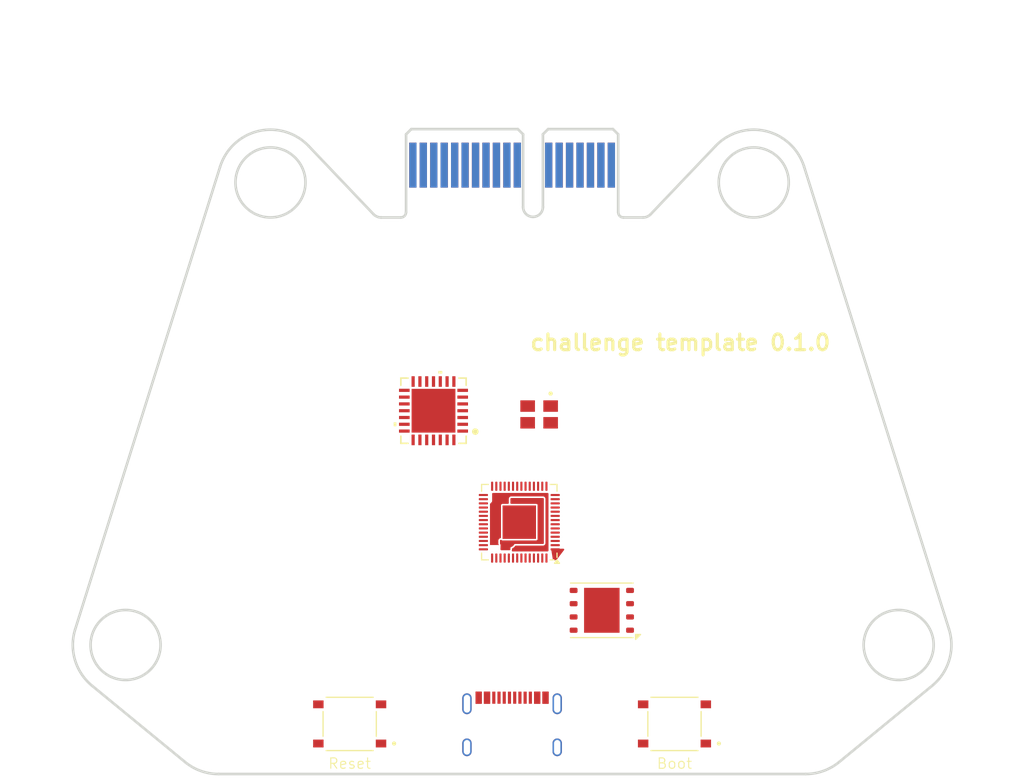
<source format=kicad_pcb>
(kicad_pcb (version 20240108) (generator "pcbnew") (generator_version "8.0")
  (layers (0 "F.Cu" signal) (31 "B.Cu" signal) (34 "B.Paste" user) (35 "F.Paste" user) (36 "B.SilkS" user "B.Silkscreen") (37 "F.SilkS" user "F.Silkscreen") (38 "B.Mask" user) (39 "F.Mask" user) (44 "Edge.Cuts" user))
  (net 0 "")
  (net 3 "+BAT")
  (net 12 "Net-(J6-D--PadA7)")
  (net 13 "Net-(J6-D+-PadA6)")
  (net 22 "GND")
  (net 29 "Net-(U2-DVDD-Pad23)")
  (net 33 "Net-(U2-IOVDD-Pad1)")
  (net 45 "unconnected-(U2-VREG_VOUT-Pad45)")
  (net 48 "/~{USB_BOOT_S}")
  (net 51 "+3.3V")
  (net 63 "+5V")
  (net 66 "/RUN")
  (net 81 "CANN")
  (net 82 "CANP")
  (footprint "Package_SON:WSON-8-1EP_6x5mm_P1.27mm_EP3.4x4.3mm" (layer "F.Cu") (at 155 106.75 180)
    (property "Reference" "U4" (hide yes))
    (property "Value" "W25Q128JVP" (hide yes))
    (fp_line (start -2.99 -2.61) (end 3 -2.61) (stroke (width 0.12)) (layer "F.SilkS"))
    (fp_line (start -3 2.61) (end 3 2.61) (stroke (width 0.12)) (layer "F.SilkS"))
    (fp_poly (pts (xy -3.23 -2.31) (xy -3.71 -2.31) (xy -3.23 -2.79) (xy -3.23 -2.31)) (stroke (width 0.12)) (fill solid) (layer "F.SilkS"))
    (pad "1" smd roundrect (at -2.7 -1.905 180) (size 0.75 0.5) (layers "F.Cu" "F.Paste" "F.Mask"))
    (pad "2" smd roundrect (at -2.7 -0.635 180) (size 0.75 0.5) (layers "F.Cu" "F.Paste" "F.Mask"))
    (pad "3" smd roundrect (at -2.7 0.635 180) (size 0.75 0.5) (layers "F.Cu" "F.Paste" "F.Mask"))
    (pad "4" smd roundrect (at -2.7 1.905 180) (size 0.75 0.5) (layers "F.Cu" "F.Paste" "F.Mask") (net 22 "GND"))
    (pad "5" smd roundrect (at 2.7 1.905 180) (size 0.75 0.5) (layers "F.Cu" "F.Paste" "F.Mask"))
    (pad "6" smd roundrect (at 2.7 0.635 180) (size 0.75 0.5) (layers "F.Cu" "F.Paste" "F.Mask"))
    (pad "7" smd roundrect (at 2.7 -0.635 180) (size 0.75 0.5) (layers "F.Cu" "F.Paste" "F.Mask"))
    (pad "8" smd roundrect (at 2.7 -1.905 180) (size 0.75 0.5) (layers "F.Cu" "F.Paste" "F.Mask"))
    (pad "9" smd rect (at 0 0 180) (size 3.4 4.3) (property pad_prop_heatsink) (layers "F.Cu" "F.Mask"))
  )
  (footprint "TS-1187A-B-A-B:SW_TS-1187A-B-A-B" (layer "F.Cu") (at 130.865 117.625 180)
    (property "Reference" "S2" (hide yes))
    (property "Value" "TS-1187A-B-A-B" (hide yes))
    (fp_line (start 2.55 1.18) (end 2.55 -1.18) (stroke (width 0.127)) (layer "F.SilkS"))
    (fp_line (start 2.25 2.55) (end -2.25 2.55) (stroke (width 0.127)) (layer "F.SilkS"))
    (fp_line (start 2.25 -2.55) (end -2.25 -2.55) (stroke (width 0.127)) (layer "F.SilkS"))
    (fp_line (start -2.55 -1.18) (end -2.55 1.18) (stroke (width 0.127)) (layer "F.SilkS"))
    (fp_circle (center -4.25 -1.875) (end -4.15 -1.875) (stroke (width 0.2)) (fill none) (layer "F.SilkS"))
    (pad "A" smd rect (at -3 -1.875 180) (size 1 0.75) (layers "F.Cu" "F.Paste" "F.Mask") (net 22 "GND"))
    (pad "B" smd rect (at 3 -1.875 180) (size 1 0.75) (layers "F.Cu" "F.Paste" "F.Mask") (net 22 "GND"))
    (pad "C" smd rect (at -3 1.875 180) (size 1 0.75) (layers "F.Cu" "F.Paste" "F.Mask") (net 66 "/RUN"))
    (pad "D" smd rect (at 3 1.875 180) (size 1 0.75) (layers "F.Cu" "F.Paste" "F.Mask") (net 66 "/RUN"))
  )
  (footprint "MCP25625T_E_ML:QFN28_6X6MC_MCH" (layer "F.Cu") (at 138.887999 87.644025 180)
    (property "Reference" "U9" (hide yes))
    (property "Value" "MCP25625T-E/ML" (hide yes))
    (fp_line (start 3.1242 3.1242) (end 3.1242 2.435141) (stroke (width 0.1524)) (layer "F.SilkS"))
    (fp_line (start 3.1242 -2.435139) (end 3.1242 -3.1242) (stroke (width 0.1524)) (layer "F.SilkS"))
    (fp_line (start 3.1242 -3.1242) (end 2.435141 -3.1242) (stroke (width 0.1524)) (layer "F.SilkS"))
    (fp_line (start 2.435139 3.1242) (end 3.1242 3.1242) (stroke (width 0.1524)) (layer "F.SilkS"))
    (fp_line (start -2.435139 -3.1242) (end -3.1242 -3.1242) (stroke (width 0.1524)) (layer "F.SilkS"))
    (fp_line (start -3.1242 3.1242) (end -2.435141 3.1242) (stroke (width 0.1524)) (layer "F.SilkS"))
    (fp_line (start -3.1242 2.435139) (end -3.1242 3.1242) (stroke (width 0.1524)) (layer "F.SilkS"))
    (fp_line (start -3.1242 -3.1242) (end -3.1242 -2.435141) (stroke (width 0.1524)) (layer "F.SilkS"))
    (fp_circle (center -4 -2) (end -3.738384 -2) (stroke (width 0.1)) (fill solid) (layer "F.SilkS"))
    (fp_poly (pts (xy 3.81 -1.4905) (xy 3.81 -1.1095) (xy 3.556 -1.1095) (xy 3.556 -1.4905)) (fill solid) (layer "F.SilkS"))
    (fp_poly (pts (xy -0.840499 3.556) (xy -0.840499 3.81) (xy -0.459499 3.81) (xy -0.459499 3.556)) (fill solid) (layer "F.SilkS"))
    (pad "1" smd rect (at -2.794 -1.950001 270) (size 0.3048 1.016) (layers "F.Cu" "F.Paste" "F.Mask"))
    (pad "2" smd rect (at -2.794 -1.3 270) (size 0.3048 1.016) (layers "F.Cu" "F.Paste" "F.Mask"))
    (pad "3" smd rect (at -2.794 -0.649999 270) (size 0.3048 1.016) (layers "F.Cu" "F.Paste" "F.Mask"))
    (pad "4" smd rect (at -2.794 0 270) (size 0.3048 1.016) (layers "F.Cu" "F.Paste" "F.Mask"))
    (pad "5" smd rect (at -2.794 0.649999 270) (size 0.3048 1.016) (layers "F.Cu" "F.Paste" "F.Mask"))
    (pad "6" smd rect (at -2.794 1.3 270) (size 0.3048 1.016) (layers "F.Cu" "F.Paste" "F.Mask"))
    (pad "7" smd rect (at -2.794 1.949999 270) (size 0.3048 1.016) (layers "F.Cu" "F.Paste" "F.Mask"))
    (pad "8" smd rect (at -1.950001 2.794 180) (size 0.3048 1.016) (layers "F.Cu" "F.Paste" "F.Mask"))
    (pad "9" smd rect (at -1.3 2.794 180) (size 0.3048 1.016) (layers "F.Cu" "F.Paste" "F.Mask"))
    (pad "10" smd rect (at -0.650001 2.794 180) (size 0.3048 1.016) (layers "F.Cu" "F.Paste" "F.Mask"))
    (pad "11" smd rect (at 0 2.794 180) (size 0.3048 1.016) (layers "F.Cu" "F.Paste" "F.Mask"))
    (pad "12" smd rect (at 0.649999 2.794 180) (size 0.3048 1.016) (layers "F.Cu" "F.Paste" "F.Mask"))
    (pad "13" smd rect (at 1.3 2.794 180) (size 0.3048 1.016) (layers "F.Cu" "F.Paste" "F.Mask"))
    (pad "14" smd rect (at 1.949999 2.794 180) (size 0.3048 1.016) (layers "F.Cu" "F.Paste" "F.Mask"))
    (pad "15" smd rect (at 2.794 1.950001 270) (size 0.3048 1.016) (layers "F.Cu" "F.Paste" "F.Mask"))
    (pad "16" smd rect (at 2.794 1.3 270) (size 0.3048 1.016) (layers "F.Cu" "F.Paste" "F.Mask"))
    (pad "17" smd rect (at 2.794 0.650001 270) (size 0.3048 1.016) (layers "F.Cu" "F.Paste" "F.Mask"))
    (pad "18" smd rect (at 2.794 0 270) (size 0.3048 1.016) (layers "F.Cu" "F.Paste" "F.Mask"))
    (pad "19" smd rect (at 2.794 -0.649999 270) (size 0.3048 1.016) (layers "F.Cu" "F.Paste" "F.Mask"))
    (pad "20" smd rect (at 2.794 -1.3 270) (size 0.3048 1.016) (layers "F.Cu" "F.Paste" "F.Mask"))
    (pad "21" smd rect (at 2.794 -1.949999 270) (size 0.3048 1.016) (layers "F.Cu" "F.Paste" "F.Mask"))
    (pad "22" smd rect (at 1.950001 -2.794 180) (size 0.3048 1.016) (layers "F.Cu" "F.Paste" "F.Mask"))
    (pad "23" smd rect (at 1.3 -2.794 180) (size 0.3048 1.016) (layers "F.Cu" "F.Paste" "F.Mask"))
    (pad "24" smd rect (at 0.650001 -2.794 180) (size 0.3048 1.016) (layers "F.Cu" "F.Paste" "F.Mask"))
    (pad "25" smd rect (at 0 -2.794 180) (size 0.3048 1.016) (layers "F.Cu" "F.Paste" "F.Mask"))
    (pad "26" smd rect (at -0.649999 -2.794 180) (size 0.3048 1.016) (layers "F.Cu" "F.Paste" "F.Mask"))
    (pad "27" smd rect (at -1.3 -2.794 180) (size 0.3048 1.016) (layers "F.Cu" "F.Paste" "F.Mask"))
    (pad "28" smd rect (at -1.949999 -2.794 180) (size 0.3048 1.016) (layers "F.Cu" "F.Paste" "F.Mask"))
    (pad "29" smd rect (at 0 0 180) (size 4.191 4.191) (layers "F.Cu" "F.Paste" "F.Mask"))
  )
  (footprint "Connector_USB:USB_C_Receptacle_Palconn_UTC16-G" (layer "F.Cu") (at 146.41 117.625)
    (property "Reference" "J6" (hide yes))
    (property "Value" "USB_C_Receptacle_USB2.0_16P" (hide yes))
    (pad "" np_thru_hole circle (at -2.89 -1.45 180) (size 0.6 0.6) (drill 0.6) (layers "*.Cu" "*.Mask"))
    (pad "" np_thru_hole circle (at 2.89 -1.45 180) (size 0.6 0.6) (drill 0.6) (layers "*.Cu" "*.Mask"))
    (pad "A1" smd rect (at -3.2 -2.51) (size 0.6 1.16) (layers "F.Cu" "F.Paste" "F.Mask") (net 22 "GND"))
    (pad "A4" smd rect (at -2.4 -2.51) (size 0.6 1.16) (layers "F.Cu" "F.Paste" "F.Mask"))
    (pad "A5" smd rect (at -1.25 -2.51 180) (size 0.3 1.16) (layers "F.Cu" "F.Paste" "F.Mask"))
    (pad "A6" smd rect (at -0.25 -2.51 180) (size 0.3 1.16) (layers "F.Cu" "F.Paste" "F.Mask") (net 13 "Net-(J6-D+-PadA6)"))
    (pad "A7" smd rect (at 0.25 -2.51 180) (size 0.3 1.16) (layers "F.Cu" "F.Paste" "F.Mask") (net 12 "Net-(J6-D--PadA7)"))
    (pad "A8" smd rect (at 1.25 -2.51 180) (size 0.3 1.16) (layers "F.Cu" "F.Paste" "F.Mask"))
    (pad "A9" smd rect (at 2.4 -2.51) (size 0.6 1.16) (layers "F.Cu" "F.Paste" "F.Mask"))
    (pad "A12" smd rect (at 3.2 -2.51) (size 0.6 1.16) (layers "F.Cu" "F.Paste" "F.Mask") (net 22 "GND"))
    (pad "B1" smd rect (at 3.2 -2.51) (size 0.6 1.16) (layers "F.Cu" "F.Paste" "F.Mask") (net 22 "GND"))
    (pad "B4" smd rect (at 2.4 -2.51) (size 0.6 1.16) (layers "F.Cu" "F.Paste" "F.Mask"))
    (pad "B5" smd rect (at 1.75 -2.51 180) (size 0.3 1.16) (layers "F.Cu" "F.Paste" "F.Mask"))
    (pad "B6" smd rect (at 0.75 -2.51 180) (size 0.3 1.16) (layers "F.Cu" "F.Paste" "F.Mask") (net 13 "Net-(J6-D+-PadA6)"))
    (pad "B7" smd rect (at -0.75 -2.51 180) (size 0.3 1.16) (layers "F.Cu" "F.Paste" "F.Mask") (net 12 "Net-(J6-D--PadA7)"))
    (pad "B8" smd rect (at -1.75 -2.51 180) (size 0.3 1.16) (layers "F.Cu" "F.Paste" "F.Mask"))
    (pad "B9" smd rect (at -2.4 -2.51) (size 0.6 1.16) (layers "F.Cu" "F.Paste" "F.Mask"))
    (pad "B12" smd rect (at -3.2 -2.51) (size 0.6 1.16) (layers "F.Cu" "F.Paste" "F.Mask") (net 22 "GND"))
    (pad "S1" thru_hole oval (at -4.32 -1.93 90) (size 2 0.9) (drill oval 1.7 0.6) (layers "*.Cu" "*.Mask") (net 22 "GND"))
    (pad "S1" thru_hole oval (at -4.32 2.24 90) (size 1.7 0.9) (drill oval 1.4 0.6) (layers "*.Cu" "*.Mask") (net 22 "GND"))
    (pad "S1" thru_hole oval (at 4.32 -1.93 90) (size 2 0.9) (drill oval 1.7 0.6) (layers "*.Cu" "*.Mask") (net 22 "GND"))
    (pad "S1" thru_hole oval (at 4.32 2.24 90) (size 1.7 0.9) (drill oval 1.4 0.6) (layers "*.Cu" "*.Mask") (net 22 "GND"))
  )
  (footprint "ABM8-272-T3:ABM8-272-T3_ABR" (layer "F.Cu") (at 149 88 -90)
    (property "Reference" "X1" (hide yes))
    (property "Value" "ABM8-272-T3" (hide yes))
    (fp_circle (center -2 -1.1) (end -1.873 -1.1) (stroke (width 0.1524)) (fill solid) (layer "F.SilkS"))
    (pad "1" smd rect (at -0.800001 -1.1 270) (size 1.1 1.4) (layers "F.Cu" "F.Paste" "F.Mask"))
    (pad "2" smd rect (at -0.800001 1.1 270) (size 1.1 1.4) (layers "F.Cu" "F.Paste" "F.Mask"))
    (pad "3" smd rect (at 0.800001 1.1 270) (size 1.1 1.4) (layers "F.Cu" "F.Paste" "F.Mask"))
    (pad "4" smd rect (at 0.800001 -1.1 270) (size 1.1 1.4) (layers "F.Cu" "F.Paste" "F.Mask"))
  )
  (footprint "Package_DFN_QFN:QFN-56-1EP_7x7mm_P0.4mm_EP3.2x3.2mm" (layer "F.Cu") (at 147.1 98.3125 180)
    (property "Reference" "U2" (hide yes))
    (property "Value" "RP2040" (hide yes))
    (fp_line (start 3.61 3.61) (end 3.61 2.96) (stroke (width 0.12)) (layer "F.SilkS"))
    (fp_line (start 3.61 -3.61) (end 3.61 -2.96) (stroke (width 0.12)) (layer "F.SilkS"))
    (fp_line (start 2.96 3.61) (end 3.61 3.61) (stroke (width 0.12)) (layer "F.SilkS"))
    (fp_line (start 2.96 -3.61) (end 3.61 -3.61) (stroke (width 0.12)) (layer "F.SilkS"))
    (fp_line (start -2.96 3.61) (end -3.61 3.61) (stroke (width 0.12)) (layer "F.SilkS"))
    (fp_line (start -2.96 -3.61) (end -3.31 -3.61) (stroke (width 0.12)) (layer "F.SilkS"))
    (fp_line (start -3.61 3.61) (end -3.61 2.96) (stroke (width 0.12)) (layer "F.SilkS"))
    (fp_line (start -3.61 -2.96) (end -3.61 -3.37) (stroke (width 0.12)) (layer "F.SilkS"))
    (fp_poly (pts (xy -3.61 -3.61) (xy -3.85 -3.94) (xy -3.37 -3.94) (xy -3.61 -3.61)) (stroke (width 0.12)) (fill solid) (layer "F.SilkS"))
    (pad "1" smd roundrect (at -3.4375 -2.6 180) (size 0.875 0.2) (layers "F.Cu" "F.Paste" "F.Mask") (net 33 "Net-(U2-IOVDD-Pad1)"))
    (pad "2" smd roundrect (at -3.4375 -2.2 180) (size 0.875 0.2) (layers "F.Cu" "F.Paste" "F.Mask"))
    (pad "3" smd roundrect (at -3.4375 -1.8 180) (size 0.875 0.2) (layers "F.Cu" "F.Paste" "F.Mask"))
    (pad "4" smd roundrect (at -3.4375 -1.4 180) (size 0.875 0.2) (layers "F.Cu" "F.Paste" "F.Mask"))
    (pad "5" smd roundrect (at -3.4375 -1 180) (size 0.875 0.2) (layers "F.Cu" "F.Paste" "F.Mask"))
    (pad "6" smd roundrect (at -3.4375 -0.6 180) (size 0.875 0.2) (layers "F.Cu" "F.Paste" "F.Mask"))
    (pad "7" smd roundrect (at -3.4375 -0.2 180) (size 0.875 0.2) (layers "F.Cu" "F.Paste" "F.Mask"))
    (pad "8" smd roundrect (at -3.4375 0.2 180) (size 0.875 0.2) (layers "F.Cu" "F.Paste" "F.Mask"))
    (pad "9" smd roundrect (at -3.4375 0.6 180) (size 0.875 0.2) (layers "F.Cu" "F.Paste" "F.Mask"))
    (pad "10" smd roundrect (at -3.4375 1 180) (size 0.875 0.2) (layers "F.Cu" "F.Paste" "F.Mask") (net 33 "Net-(U2-IOVDD-Pad1)"))
    (pad "11" smd roundrect (at -3.4375 1.4 180) (size 0.875 0.2) (layers "F.Cu" "F.Paste" "F.Mask"))
    (pad "12" smd roundrect (at -3.4375 1.8 180) (size 0.875 0.2) (layers "F.Cu" "F.Paste" "F.Mask"))
    (pad "13" smd roundrect (at -3.4375 2.2 180) (size 0.875 0.2) (layers "F.Cu" "F.Paste" "F.Mask"))
    (pad "14" smd roundrect (at -3.4375 2.6 180) (size 0.875 0.2) (layers "F.Cu" "F.Paste" "F.Mask"))
    (pad "15" smd roundrect (at -2.6 3.4375 180) (size 0.2 0.875) (layers "F.Cu" "F.Paste" "F.Mask"))
    (pad "16" smd roundrect (at -2.2 3.4375 180) (size 0.2 0.875) (layers "F.Cu" "F.Paste" "F.Mask"))
    (pad "17" smd roundrect (at -1.8 3.4375 180) (size 0.2 0.875) (layers "F.Cu" "F.Paste" "F.Mask"))
    (pad "18" smd roundrect (at -1.4 3.4375 180) (size 0.2 0.875) (layers "F.Cu" "F.Paste" "F.Mask"))
    (pad "19" smd roundrect (at -1 3.4375 180) (size 0.2 0.875) (layers "F.Cu" "F.Paste" "F.Mask"))
    (pad "20" smd roundrect (at -0.6 3.4375 180) (size 0.2 0.875) (layers "F.Cu" "F.Paste" "F.Mask"))
    (pad "21" smd roundrect (at -0.2 3.4375 180) (size 0.2 0.875) (layers "F.Cu" "F.Paste" "F.Mask"))
    (pad "22" smd roundrect (at 0.2 3.4375 180) (size 0.2 0.875) (layers "F.Cu" "F.Paste" "F.Mask") (net 33 "Net-(U2-IOVDD-Pad1)"))
    (pad "23" smd roundrect (at 0.6 3.4375 180) (size 0.2 0.875) (layers "F.Cu" "F.Paste" "F.Mask") (net 29 "Net-(U2-DVDD-Pad23)"))
    (pad "24" smd roundrect (at 1 3.4375 180) (size 0.2 0.875) (layers "F.Cu" "F.Paste" "F.Mask"))
    (pad "25" smd roundrect (at 1.4 3.4375 180) (size 0.2 0.875) (layers "F.Cu" "F.Paste" "F.Mask"))
    (pad "26" smd roundrect (at 1.8 3.4375 180) (size 0.2 0.875) (layers "F.Cu" "F.Paste" "F.Mask"))
    (pad "27" smd roundrect (at 2.2 3.4375 180) (size 0.2 0.875) (layers "F.Cu" "F.Paste" "F.Mask"))
    (pad "28" smd roundrect (at 2.6 3.4375 180) (size 0.2 0.875) (layers "F.Cu" "F.Paste" "F.Mask"))
    (pad "29" smd roundrect (at 3.4375 2.6 180) (size 0.875 0.2) (layers "F.Cu" "F.Paste" "F.Mask"))
    (pad "30" smd roundrect (at 3.4375 2.2 180) (size 0.875 0.2) (layers "F.Cu" "F.Paste" "F.Mask"))
    (pad "31" smd roundrect (at 3.4375 1.8 180) (size 0.875 0.2) (layers "F.Cu" "F.Paste" "F.Mask"))
    (pad "32" smd roundrect (at 3.4375 1.4 180) (size 0.875 0.2) (layers "F.Cu" "F.Paste" "F.Mask"))
    (pad "33" smd roundrect (at 3.4375 1 180) (size 0.875 0.2) (layers "F.Cu" "F.Paste" "F.Mask") (net 33 "Net-(U2-IOVDD-Pad1)"))
    (pad "34" smd roundrect (at 3.4375 0.6 180) (size 0.875 0.2) (layers "F.Cu" "F.Paste" "F.Mask"))
    (pad "35" smd roundrect (at 3.4375 0.2 180) (size 0.875 0.2) (layers "F.Cu" "F.Paste" "F.Mask"))
    (pad "36" smd roundrect (at 3.4375 -0.2 180) (size 0.875 0.2) (layers "F.Cu" "F.Paste" "F.Mask"))
    (pad "37" smd roundrect (at 3.4375 -0.6 180) (size 0.875 0.2) (layers "F.Cu" "F.Paste" "F.Mask"))
    (pad "38" smd roundrect (at 3.4375 -1 180) (size 0.875 0.2) (layers "F.Cu" "F.Paste" "F.Mask"))
    (pad "39" smd roundrect (at 3.4375 -1.4 180) (size 0.875 0.2) (layers "F.Cu" "F.Paste" "F.Mask"))
    (pad "40" smd roundrect (at 3.4375 -1.8 180) (size 0.875 0.2) (layers "F.Cu" "F.Paste" "F.Mask"))
    (pad "41" smd roundrect (at 3.4375 -2.2 180) (size 0.875 0.2) (layers "F.Cu" "F.Paste" "F.Mask"))
    (pad "42" smd roundrect (at 3.4375 -2.6 180) (size 0.875 0.2) (layers "F.Cu" "F.Paste" "F.Mask") (net 33 "Net-(U2-IOVDD-Pad1)"))
    (pad "43" smd roundrect (at 2.6 -3.4375 180) (size 0.2 0.875) (layers "F.Cu" "F.Paste" "F.Mask"))
    (pad "44" smd roundrect (at 2.2 -3.4375 180) (size 0.2 0.875) (layers "F.Cu" "F.Paste" "F.Mask"))
    (pad "45" smd roundrect (at 1.8 -3.4375 180) (size 0.2 0.875) (layers "F.Cu" "F.Paste" "F.Mask") (net 45 "unconnected-(U2-VREG_VOUT-Pad45)"))
    (pad "46" smd roundrect (at 1.4 -3.4375 180) (size 0.2 0.875) (layers "F.Cu" "F.Paste" "F.Mask"))
    (pad "47" smd roundrect (at 1 -3.4375 180) (size 0.2 0.875) (layers "F.Cu" "F.Paste" "F.Mask"))
    (pad "48" smd roundrect (at 0.6 -3.4375 180) (size 0.2 0.875) (layers "F.Cu" "F.Paste" "F.Mask"))
    (pad "49" smd roundrect (at 0.2 -3.4375 180) (size 0.2 0.875) (layers "F.Cu" "F.Paste" "F.Mask") (net 33 "Net-(U2-IOVDD-Pad1)"))
    (pad "50" smd roundrect (at -0.2 -3.4375 180) (size 0.2 0.875) (layers "F.Cu" "F.Paste" "F.Mask") (net 29 "Net-(U2-DVDD-Pad23)"))
    (pad "51" smd roundrect (at -0.6 -3.4375 180) (size 0.2 0.875) (layers "F.Cu" "F.Paste" "F.Mask"))
    (pad "52" smd roundrect (at -1 -3.4375 180) (size 0.2 0.875) (layers "F.Cu" "F.Paste" "F.Mask"))
    (pad "53" smd roundrect (at -1.4 -3.4375 180) (size 0.2 0.875) (layers "F.Cu" "F.Paste" "F.Mask"))
    (pad "54" smd roundrect (at -1.8 -3.4375 180) (size 0.2 0.875) (layers "F.Cu" "F.Paste" "F.Mask"))
    (pad "55" smd roundrect (at -2.2 -3.4375 180) (size 0.2 0.875) (layers "F.Cu" "F.Paste" "F.Mask"))
    (pad "56" smd roundrect (at -2.6 -3.4375 180) (size 0.2 0.875) (layers "F.Cu" "F.Paste" "F.Mask"))
    (pad "57" smd rect (at 0 0 180) (size 3.2 3.2) (property pad_prop_heatsink) (layers "F.Cu" "F.Mask"))
  )
  (footprint "TS-1187A-B-A-B:SW_TS-1187A-B-A-B" (layer "F.Cu") (at 161.955 117.625 180)
    (property "Reference" "S1" (hide yes))
    (property "Value" "TS-1187A-B-A-B" (hide yes))
    (fp_line (start 2.55 1.18) (end 2.55 -1.18) (stroke (width 0.127)) (layer "F.SilkS"))
    (fp_line (start 2.25 2.55) (end -2.25 2.55) (stroke (width 0.127)) (layer "F.SilkS"))
    (fp_line (start 2.25 -2.55) (end -2.25 -2.55) (stroke (width 0.127)) (layer "F.SilkS"))
    (fp_line (start -2.55 -1.18) (end -2.55 1.18) (stroke (width 0.127)) (layer "F.SilkS"))
    (fp_circle (center -4.25 -1.875) (end -4.15 -1.875) (stroke (width 0.2)) (fill none) (layer "F.SilkS"))
    (pad "A" smd rect (at -3 -1.875 180) (size 1 0.75) (layers "F.Cu" "F.Paste" "F.Mask") (net 22 "GND"))
    (pad "B" smd rect (at 3 -1.875 180) (size 1 0.75) (layers "F.Cu" "F.Paste" "F.Mask") (net 22 "GND"))
    (pad "C" smd rect (at -3 1.875 180) (size 1 0.75) (layers "F.Cu" "F.Paste" "F.Mask") (net 48 "/~{USB_BOOT_S}"))
    (pad "D" smd rect (at 3 1.875 180) (size 1 0.75) (layers "F.Cu" "F.Paste" "F.Mask") (net 48 "/~{USB_BOOT_S}"))
  )
  (footprint "Connector_PCBEdge:BUS_PCIexpress_x1" (layer "B.Cu") (at 136.913 64.138595)
    (property "Reference" "J1" (hide yes))
    (property "Value" "Bus_PCI_Express_x1" (hide yes))
    (fp_line (start -0.65 -2.95) (end -0.65 4.506267) (stroke (width 0.25)) (layer "Edge.Cuts"))
    (fp_line (start -0.15 -3.45) (end -0.65 -2.95) (stroke (width 0.25)) (layer "Edge.Cuts"))
    (fp_line (start 10.05 -3.45) (end -0.15 -3.45) (stroke (width 0.25)) (layer "Edge.Cuts"))
    (fp_line (start 10.05 -3.45) (end 10.55 -2.95) (stroke (width 0.25)) (layer "Edge.Cuts"))
    (fp_line (start 10.55 -2.95) (end 10.55 4) (stroke (width 0.25)) (layer "Edge.Cuts"))
    (fp_line (start 12.45 -2.95) (end 12.45 4) (stroke (width 0.25)) (layer "Edge.Cuts"))
    (fp_line (start 12.95 -3.45) (end 12.45 -2.95) (stroke (width 0.25)) (layer "Edge.Cuts"))
    (fp_line (start 19.15 -3.45) (end 12.95 -3.45) (stroke (width 0.25)) (layer "Edge.Cuts"))
    (fp_line (start 19.15 -3.45) (end 19.65 -2.95) (stroke (width 0.25)) (layer "Edge.Cuts"))
    (fp_line (start 19.65 4.506267) (end 19.65 -2.95) (stroke (width 0.25)) (layer "Edge.Cuts"))
    (fp_arc (start 12.45 4) (mid 11.5 4.95) (end 10.55 4) (stroke (width 0.25)) (layer "Edge.Cuts"))
    (pad "A1" connect rect (at 0 0) (size 0.7 4.3) (layers "F.Cu" "F.Mask") (net 82 "CANP"))
    (pad "A2" connect rect (at 1 0) (size 0.7 4.3) (layers "F.Cu" "F.Mask"))
    (pad "A3" connect rect (at 2 0) (size 0.7 4.3) (layers "F.Cu" "F.Mask") (net 81 "CANN"))
    (pad "A4" connect rect (at 3 0) (size 0.7 4.3) (layers "F.Cu" "F.Mask") (net 22 "GND"))
    (pad "A5" connect rect (at 4 0) (size 0.7 4.3) (layers "F.Cu" "F.Mask") (net 22 "GND"))
    (pad "A6" connect rect (at 5 0) (size 0.7 4.3) (layers "F.Cu" "F.Mask") (net 22 "GND"))
    (pad "A7" connect rect (at 6 0) (size 0.7 4.3) (layers "F.Cu" "F.Mask") (net 22 "GND"))
    (pad "A8" connect rect (at 7 0) (size 0.7 4.3) (layers "F.Cu" "F.Mask"))
    (pad "A9" connect rect (at 8 0) (size 0.7 4.3) (layers "F.Cu" "F.Mask") (net 51 "+3.3V"))
    (pad "A10" connect rect (at 9 0) (size 0.7 4.3) (layers "F.Cu" "F.Mask") (net 51 "+3.3V"))
    (pad "A11" connect rect (at 10 0) (size 0.7 4.3) (layers "F.Cu" "F.Mask") (net 51 "+3.3V"))
    (pad "A12" connect rect (at 13 0) (size 0.7 4.3) (layers "F.Cu" "F.Mask") (net 63 "+5V"))
    (pad "A13" connect rect (at 14 0) (size 0.7 4.3) (layers "F.Cu" "F.Mask") (net 63 "+5V"))
    (pad "A14" connect rect (at 15 0) (size 0.7 4.3) (layers "F.Cu" "F.Mask") (net 63 "+5V"))
    (pad "A15" connect rect (at 16 0) (size 0.7 4.3) (layers "F.Cu" "F.Mask"))
    (pad "A16" connect rect (at 17 0) (size 0.7 4.3) (layers "F.Cu" "F.Mask") (net 3 "+BAT"))
    (pad "A17" connect rect (at 18 0) (size 0.7 4.3) (layers "F.Cu" "F.Mask") (net 3 "+BAT"))
    (pad "A18" connect rect (at 19 0) (size 0.7 4.3) (layers "F.Cu" "F.Mask") (net 3 "+BAT"))
    (pad "B1" connect rect (at 0 0) (size 0.7 4.3) (layers "B.Cu" "B.Mask") (net 22 "GND"))
    (pad "B2" connect rect (at 1 0) (size 0.7 4.3) (layers "B.Cu" "B.Mask") (net 22 "GND"))
    (pad "B3" connect rect (at 2 0) (size 0.7 4.3) (layers "B.Cu" "B.Mask") (net 22 "GND"))
    (pad "B4" connect rect (at 3 0) (size 0.7 4.3) (layers "B.Cu" "B.Mask") (net 22 "GND"))
    (pad "B5" connect rect (at 4 0) (size 0.7 4.3) (layers "B.Cu" "B.Mask") (net 22 "GND"))
    (pad "B6" connect rect (at 5 0) (size 0.7 4.3) (layers "B.Cu" "B.Mask") (net 22 "GND"))
    (pad "B7" connect rect (at 6 0) (size 0.7 4.3) (layers "B.Cu" "B.Mask") (net 22 "GND"))
    (pad "B8" connect rect (at 7 0) (size 0.7 4.3) (layers "B.Cu" "B.Mask"))
    (pad "B9" connect rect (at 8 0) (size 0.7 4.3) (layers "B.Cu" "B.Mask") (net 51 "+3.3V"))
    (pad "B10" connect rect (at 9 0) (size 0.7 4.3) (layers "B.Cu" "B.Mask") (net 51 "+3.3V"))
    (pad "B11" connect rect (at 10 0) (size 0.7 4.3) (layers "B.Cu" "B.Mask") (net 51 "+3.3V"))
    (pad "B12" connect rect (at 13 0) (size 0.7 4.3) (layers "B.Cu" "B.Mask") (net 63 "+5V"))
    (pad "B13" connect rect (at 14 0) (size 0.7 4.3) (layers "B.Cu" "B.Mask") (net 63 "+5V"))
    (pad "B14" connect rect (at 15 0) (size 0.7 4.3) (layers "B.Cu" "B.Mask") (net 63 "+5V"))
    (pad "B15" connect rect (at 16 0) (size 0.7 4.3) (layers "B.Cu" "B.Mask"))
    (pad "B16" connect rect (at 17 0) (size 0.7 4.3) (layers "B.Cu" "B.Mask") (net 3 "+BAT"))
    (pad "B17" connect rect (at 18 0) (size 0.7 4.3) (layers "B.Cu" "B.Mask") (net 3 "+BAT"))
    (pad "B18" connect rect (at 19 0) (size 0.7 4.3) (layers "B.Cu" "B.Mask") (net 3 "+BAT"))
  )
  (gr_line (start 159.678146 68.835513) (end 165.883818 62.312636) (stroke (width 0.25)) (layer "Edge.Cuts"))
  (gr_line (start 133.143972 68.831791) (end 126.941843 62.312637) (stroke (width 0.25)) (layer "Edge.Cuts"))
  (gr_line (start 174.511605 122.419976) (end 118.31403 122.419976) (stroke (width 0.25)) (layer "Edge.Cuts"))
  (gr_circle (center 183.413305 110.068595) (end 180.063305 110.068595) (stroke (width 0.25)) (fill none) (layer "Edge.Cuts"))
  (gr_arc (start 159.678146 68.835513) (mid 159.347804 69.065283) (end 158.95364 69.146243) (stroke (width 0.25)) (layer "Edge.Cuts"))
  (gr_arc (start 188.23235 108.558858) (mid 188.252259 111.513246) (end 186.615928 113.973169) (stroke (width 0.25)) (layer "Edge.Cuts"))
  (gr_line (start 133.87203 69.146243) (end 135.755183 69.146243) (stroke (width 0.25)) (layer "Edge.Cuts"))
  (gr_arc (start 118.31403 122.419976) (mid 116.613396 122.125003) (end 115.111431 121.274551) (stroke (width 0.25)) (layer "Edge.Cuts"))
  (gr_line (start 158.95364 69.146243) (end 157.070478 69.146243) (stroke (width 0.25)) (layer "Edge.Cuts"))
  (gr_line (start 174.361605 64.283721) (end 174.361606 64.283721) (stroke (width 0.25)) (layer "Edge.Cuts"))
  (gr_line (start 186.615928 113.973169) (end 177.714231 121.274549) (stroke (width 0.25)) (layer "Edge.Cuts"))
  (gr_arc (start 133.87203 69.146243) (mid 133.475493 69.064276) (end 133.143972 68.831791) (stroke (width 0.25)) (layer "Edge.Cuts"))
  (gr_arc (start 165.883818 62.312636) (mid 170.686181 60.874652) (end 174.361605 64.283721) (stroke (width 0.25)) (layer "Edge.Cuts"))
  (gr_arc (start 118.464055 64.28372) (mid 122.13948 60.874652) (end 126.941843 62.312637) (stroke (width 0.25)) (layer "Edge.Cuts"))
  (gr_circle (center 109.412355 110.068595) (end 106.062355 110.068595) (stroke (width 0.25)) (fill none) (layer "Edge.Cuts"))
  (gr_arc (start 136.255183 68.646276) (mid 136.108734 68.999813) (end 135.755183 69.146243) (stroke (width 0.25)) (layer "Edge.Cuts"))
  (gr_line (start 174.361606 64.283721) (end 188.23235 108.558858) (stroke (width 0.25)) (layer "Edge.Cuts"))
  (gr_circle (center 169.54256 65.793456) (end 166.19256 65.793456) (stroke (width 0.25)) (fill none) (layer "Edge.Cuts"))
  (gr_circle (center 123.2831 65.793456) (end 119.9331 65.793456) (stroke (width 0.25)) (fill none) (layer "Edge.Cuts"))
  (gr_line (start 106.209767 113.973198) (end 115.111431 121.274551) (stroke (width 0.25)) (layer "Edge.Cuts"))
  (gr_line (start 118.464055 64.28372) (end 118.464054 64.28372) (stroke (width 0.25)) (layer "Edge.Cuts"))
  (gr_arc (start 157.070478 69.146243) (mid 156.716924 68.999796) (end 156.570477 68.646242) (stroke (width 0.25)) (layer "Edge.Cuts"))
  (gr_line (start 118.464054 64.28372) (end 104.588376 108.574607) (stroke (width 0.25)) (layer "Edge.Cuts"))
  (gr_arc (start 106.209767 113.973198) (mid 104.575789 111.521169) (end 104.588376 108.574607) (stroke (width 0.25)) (layer "Edge.Cuts"))
  (gr_arc (start 177.714231 121.274549) (mid 176.212253 122.125005) (end 174.511605 122.419976) (stroke (width 0.25)) (layer "Edge.Cuts"))
  (gr_text "challenge template 0.1.0" (at 148 82 0) (layer "F.SilkS") (effects (font (size 1.5 1.5) (thickness 0.3) (bold yes)) (justify left bottom)))
  (gr_text "Boot" (at 161.955 122 0) (layer "F.SilkS") (effects (font (size 1 1) (thickness 0.1)) (justify bottom)))
  (gr_text "Reset" (at 130.865 122 0) (layer "F.SilkS") (effects (font (size 1 1) (thickness 0.1)) (justify bottom)))
  (zone (net 45) (net_name "unconnected-(U2-VREG_VOUT-Pad45)") (layer "F.Cu") (priority 1) (connect_pads yes (clearance 0.15)) (min_thickness 0.15) (fill yes (thermal_gap 0.508) (thermal_bridge_width 0.508))
    (polygon (pts (xy 145.25 100) (xy 148.85 100) (xy 148.85 96.6) (xy 146.25 96.6) (xy 146.25 96.05) (xy 146.25 96) (xy 149.45 96) (xy 149.45 100.4) (xy 146.65 100.4) (xy 146.5 100.6) (xy 146.249054 100.740059) (xy 146.25 101) (xy 145.25 101)))
  )
  (zone (net 0) (net_name "") (layer "F.Cu") (connect_pads (clearance 0)) (min_thickness 0.25)
    (keepout (tracks allowed) (vias not_allowed) (pads allowed) (copperpour not_allowed) (footprints allowed))
    (fill (thermal_gap 0.5) (thermal_bridge_width 0.5))
    (polygon (pts (xy 151.75 103.75) (xy 157.428531 103.747041) (xy 157.428531 109.247041) (xy 151.75 109.25)))
  )
  (zone (net 51) (net_name "+3.3V") (layer "F.Cu") (priority 3) (connect_pads yes (clearance 0.15)) (min_thickness 0.15) (fill yes (thermal_gap 0.3) (thermal_bridge_width 0.3) (smoothing fillet) (radius 0.01))
    (polygon (pts (xy 150.147553 100.86025) (xy 150.315198 101.910929) (xy 150.492154 101.973601) (xy 150.69123 101.892496) (xy 151.481087 100.851534)))
  )
  (zone (net 51) (net_name "+3.3V") (layer "F.Cu") (connect_pads yes (clearance 0.15)) (min_thickness 0.15) (fill yes (thermal_gap 0.508) (thermal_bridge_width 0.508) (island_removal_mode 1) (island_area_min 10))
    (polygon (pts (xy 144.293934 95.512783) (xy 149.893934 95.512783) (xy 149.893934 101.112783) (xy 144.293934 101.112783)))
  )
  (zone (net 0) (net_name "") (layers "F&B.Cu") (name "keepout") (connect_pads (clearance 0)) (min_thickness 0.25)
    (keepout (tracks not_allowed) (vias not_allowed) (pads allowed) (copperpour not_allowed) (footprints allowed))
    (fill (thermal_gap 0.5) (thermal_bridge_width 0.5))
    (polygon (pts (xy 134.75 59.5) (xy 158 59.5) (xy 158 63.25) (xy 134.75 63.25)))
  )
)
</source>
